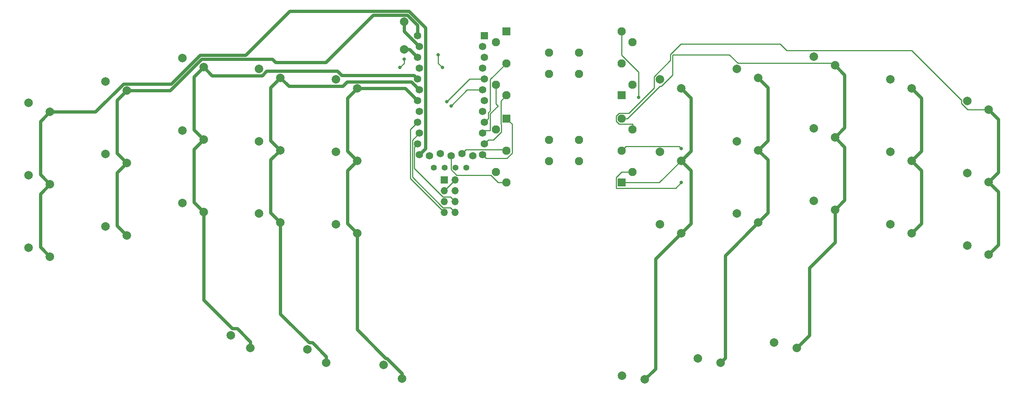
<source format=gbr>
%TF.GenerationSoftware,KiCad,Pcbnew,(5.1.9-0-10_14)*%
%TF.CreationDate,2021-06-06T18:46:05+01:00*%
%TF.ProjectId,dual_wield,6475616c-5f77-4696-956c-642e6b696361,rev?*%
%TF.SameCoordinates,Original*%
%TF.FileFunction,Copper,L2,Bot*%
%TF.FilePolarity,Positive*%
%FSLAX46Y46*%
G04 Gerber Fmt 4.6, Leading zero omitted, Abs format (unit mm)*
G04 Created by KiCad (PCBNEW (5.1.9-0-10_14)) date 2021-06-06 18:46:05*
%MOMM*%
%LPD*%
G01*
G04 APERTURE LIST*
%TA.AperFunction,ComponentPad*%
%ADD10C,1.752600*%
%TD*%
%TA.AperFunction,ComponentPad*%
%ADD11R,1.752600X1.752600*%
%TD*%
%TA.AperFunction,ComponentPad*%
%ADD12C,2.000000*%
%TD*%
%TA.AperFunction,ComponentPad*%
%ADD13C,1.397000*%
%TD*%
%TA.AperFunction,ComponentPad*%
%ADD14O,1.700000X1.700000*%
%TD*%
%TA.AperFunction,ComponentPad*%
%ADD15R,1.700000X1.700000*%
%TD*%
%TA.AperFunction,ComponentPad*%
%ADD16C,1.950000*%
%TD*%
%TA.AperFunction,ComponentPad*%
%ADD17R,1.950000X1.950000*%
%TD*%
%TA.AperFunction,ViaPad*%
%ADD18C,0.800000*%
%TD*%
%TA.AperFunction,Conductor*%
%ADD19C,0.250000*%
%TD*%
%TA.AperFunction,Conductor*%
%ADD20C,0.750000*%
%TD*%
G04 APERTURE END LIST*
D10*
%TO.P,U1,25*%
%TO.N,row3*%
X283080000Y-159698600D03*
%TO.P,U1,26*%
%TO.N,row1*%
X280540000Y-159241400D03*
%TO.P,U1,27*%
%TO.N,row2*%
X278000000Y-159698600D03*
%TO.P,U1,28*%
%TO.N,Net-(U1-Pad28)*%
X275460000Y-159241400D03*
%TO.P,U1,29*%
%TO.N,Net-(U1-Pad29)*%
X272920000Y-159698600D03*
%TO.P,U1,24*%
%TO.N,col1*%
X270151400Y-131530000D03*
%TO.P,U1,12*%
%TO.N,row0*%
X285391400Y-159470000D03*
%TO.P,U1,23*%
%TO.N,Net-(SW1-Pad1)*%
X270608600Y-134070000D03*
%TO.P,U1,22*%
%TO.N,Net-(SW1-Pad2)*%
X270151400Y-136610000D03*
%TO.P,U1,21*%
%TO.N,VCC*%
X270608600Y-139150000D03*
%TO.P,U1,20*%
%TO.N,col2*%
X270151400Y-141690000D03*
%TO.P,U1,19*%
%TO.N,col3*%
X270608600Y-144230000D03*
%TO.P,U1,18*%
%TO.N,col4*%
X270151400Y-146770000D03*
%TO.P,U1,17*%
%TO.N,ss*%
X270608600Y-149310000D03*
%TO.P,U1,16*%
%TO.N,sc*%
X270151400Y-151850000D03*
%TO.P,U1,15*%
%TO.N,mi*%
X270608600Y-154390000D03*
%TO.P,U1,14*%
%TO.N,mo*%
X270151400Y-156930000D03*
%TO.P,U1,13*%
%TO.N,col0*%
X270608600Y-159470000D03*
%TO.P,U1,11*%
%TO.N,col7*%
X285848600Y-156930000D03*
%TO.P,U1,10*%
%TO.N,col9*%
X285391400Y-154390000D03*
%TO.P,U1,9*%
%TO.N,col6*%
X285848600Y-151850000D03*
%TO.P,U1,8*%
%TO.N,col5*%
X285391400Y-149310000D03*
%TO.P,U1,7*%
%TO.N,col8*%
X285848600Y-146770000D03*
%TO.P,U1,6*%
%TO.N,scl*%
X285391400Y-144230000D03*
%TO.P,U1,5*%
%TO.N,sda*%
X285848600Y-141690000D03*
%TO.P,U1,4*%
%TO.N,GND*%
X285391400Y-139150000D03*
%TO.P,U1,3*%
X285848600Y-136610000D03*
%TO.P,U1,2*%
%TO.N,Net-(U1-Pad2)*%
X285391400Y-134070000D03*
D11*
%TO.P,U1,1*%
%TO.N,Net-(U1-Pad1)*%
X285848600Y-131530000D03*
%TD*%
D12*
%TO.P,SW1,2*%
%TO.N,Net-(SW1-Pad2)*%
X267000000Y-134750000D03*
%TO.P,SW1,1*%
%TO.N,Net-(SW1-Pad1)*%
X267000000Y-128250000D03*
%TD*%
D13*
%TO.P,OL1,4*%
%TO.N,GND*%
X281620000Y-162500000D03*
%TO.P,OL1,3*%
%TO.N,VCC*%
X279080000Y-162500000D03*
%TO.P,OL1,2*%
%TO.N,scl*%
X276540000Y-162500000D03*
%TO.P,OL1,1*%
%TO.N,sda*%
X274000000Y-162500000D03*
%TD*%
D12*
%TO.P,K?1,2*%
%TO.N,Net-(D1-Pad2)*%
X179000000Y-147300000D03*
%TO.P,K?1,1*%
%TO.N,col0*%
X184000000Y-149400000D03*
%TD*%
%TO.P,K35,2*%
%TO.N,Net-(D36-Pad2)*%
X399000000Y-180800000D03*
%TO.P,K35,1*%
%TO.N,col9r*%
X404000000Y-182900000D03*
%TD*%
%TO.P,K34,2*%
%TO.N,Net-(D35-Pad2)*%
X399000000Y-163800000D03*
%TO.P,K34,1*%
%TO.N,col9r*%
X404000000Y-165900000D03*
%TD*%
%TO.P,K33,2*%
%TO.N,Net-(D34-Pad2)*%
X399000000Y-146800000D03*
%TO.P,K33,1*%
%TO.N,col9r*%
X404000000Y-148900000D03*
%TD*%
%TO.P,K32,2*%
%TO.N,Net-(D33-Pad2)*%
X381000000Y-175800000D03*
%TO.P,K32,1*%
%TO.N,col8r*%
X386000000Y-177900000D03*
%TD*%
%TO.P,K31,2*%
%TO.N,Net-(D32-Pad2)*%
X381000000Y-158800000D03*
%TO.P,K31,1*%
%TO.N,col8r*%
X386000000Y-160900000D03*
%TD*%
%TO.P,K30,2*%
%TO.N,Net-(D31-Pad2)*%
X381000000Y-141800000D03*
%TO.P,K30,1*%
%TO.N,col8r*%
X386000000Y-143900000D03*
%TD*%
%TO.P,K29,2*%
%TO.N,Net-(D30-Pad2)*%
X353735824Y-203610510D03*
%TO.P,K29,1*%
%TO.N,col7r*%
X359024524Y-204810366D03*
%TD*%
%TO.P,K28,2*%
%TO.N,Net-(D29-Pad2)*%
X363000000Y-170300000D03*
%TO.P,K28,1*%
%TO.N,col7r*%
X368000000Y-172400000D03*
%TD*%
%TO.P,K27,2*%
%TO.N,Net-(D28-Pad2)*%
X363000000Y-153300000D03*
%TO.P,K27,1*%
%TO.N,col7r*%
X368000000Y-155400000D03*
%TD*%
%TO.P,K26,2*%
%TO.N,Net-(D27-Pad2)*%
X363020000Y-136400000D03*
%TO.P,K26,1*%
%TO.N,col7r*%
X368020000Y-138500000D03*
%TD*%
%TO.P,K25,2*%
%TO.N,Net-(D26-Pad2)*%
X335899326Y-207256519D03*
%TO.P,K25,1*%
%TO.N,col6r*%
X341226679Y-208271071D03*
%TD*%
%TO.P,K24,2*%
%TO.N,Net-(D25-Pad2)*%
X345000000Y-173300000D03*
%TO.P,K24,1*%
%TO.N,col6r*%
X350000000Y-175400000D03*
%TD*%
%TO.P,K23,2*%
%TO.N,Net-(D24-Pad2)*%
X345000000Y-156300000D03*
%TO.P,K23,1*%
%TO.N,col6r*%
X350000000Y-158400000D03*
%TD*%
%TO.P,K22,2*%
%TO.N,Net-(D23-Pad2)*%
X345000000Y-139300000D03*
%TO.P,K22,1*%
%TO.N,col6r*%
X350000000Y-141400000D03*
%TD*%
%TO.P,K21,2*%
%TO.N,Net-(D22-Pad2)*%
X318067825Y-211396733D03*
%TO.P,K21,1*%
%TO.N,col5r*%
X323427339Y-212224745D03*
%TD*%
%TO.P,K20,2*%
%TO.N,Net-(D21-Pad2)*%
X326940000Y-175800000D03*
%TO.P,K20,1*%
%TO.N,col5r*%
X331940000Y-177900000D03*
%TD*%
%TO.P,K19,2*%
%TO.N,Net-(D20-Pad2)*%
X326940000Y-158800000D03*
%TO.P,K19,1*%
%TO.N,col5r*%
X331940000Y-160900000D03*
%TD*%
%TO.P,K18,2*%
%TO.N,Net-(D19-Pad2)*%
X326940000Y-141800000D03*
%TO.P,K18,1*%
%TO.N,col5r*%
X331940000Y-143900000D03*
%TD*%
%TO.P,K17,2*%
%TO.N,Net-(D18-Pad2)*%
X262179218Y-208827514D03*
%TO.P,K17,1*%
%TO.N,col4*%
X266522661Y-212074745D03*
%TD*%
%TO.P,K16,2*%
%TO.N,Net-(D17-Pad2)*%
X251000000Y-175800000D03*
%TO.P,K16,1*%
%TO.N,col4*%
X256000000Y-177900000D03*
%TD*%
%TO.P,K15,2*%
%TO.N,Net-(D16-Pad2)*%
X251000000Y-158800000D03*
%TO.P,K15,1*%
%TO.N,col4*%
X256000000Y-160900000D03*
%TD*%
%TO.P,K14,2*%
%TO.N,Net-(D15-Pad2)*%
X251000000Y-141800000D03*
%TO.P,K14,1*%
%TO.N,col4*%
X256000000Y-143900000D03*
%TD*%
%TO.P,K13,2*%
%TO.N,Net-(D14-Pad2)*%
X244319198Y-205177402D03*
%TO.P,K13,1*%
%TO.N,col3*%
X248773321Y-208271071D03*
%TD*%
%TO.P,K12,2*%
%TO.N,Net-(D13-Pad2)*%
X233000000Y-173300000D03*
%TO.P,K12,1*%
%TO.N,col3*%
X238000000Y-175400000D03*
%TD*%
%TO.P,K11,2*%
%TO.N,Net-(D12-Pad2)*%
X233000000Y-156300000D03*
%TO.P,K11,1*%
%TO.N,col3*%
X238000000Y-158400000D03*
%TD*%
%TO.P,K10,2*%
%TO.N,Net-(D11-Pad2)*%
X233000000Y-139300000D03*
%TO.P,K10,1*%
%TO.N,col3*%
X238000000Y-141400000D03*
%TD*%
%TO.P,K9,2*%
%TO.N,Net-(D10-Pad2)*%
X226416098Y-201874029D03*
%TO.P,K9,1*%
%TO.N,col2*%
X230975476Y-204810366D03*
%TD*%
%TO.P,K8,2*%
%TO.N,Net-(D9-Pad2)*%
X215000000Y-170800000D03*
%TO.P,K8,1*%
%TO.N,col2*%
X220000000Y-172900000D03*
%TD*%
%TO.P,K7,2*%
%TO.N,Net-(D8-Pad2)*%
X215000000Y-153800000D03*
%TO.P,K7,1*%
%TO.N,col2*%
X220000000Y-155900000D03*
%TD*%
%TO.P,K6,2*%
%TO.N,Net-(D7-Pad2)*%
X215000000Y-136800000D03*
%TO.P,K6,1*%
%TO.N,col2*%
X220000000Y-138900000D03*
%TD*%
%TO.P,K5,2*%
%TO.N,Net-(D6-Pad2)*%
X197000000Y-176300000D03*
%TO.P,K5,1*%
%TO.N,col1*%
X202000000Y-178400000D03*
%TD*%
%TO.P,K4,2*%
%TO.N,Net-(D5-Pad2)*%
X197000000Y-159300000D03*
%TO.P,K4,1*%
%TO.N,col1*%
X202000000Y-161400000D03*
%TD*%
%TO.P,K3,2*%
%TO.N,Net-(D4-Pad2)*%
X197000000Y-142300000D03*
%TO.P,K3,1*%
%TO.N,col1*%
X202000000Y-144400000D03*
%TD*%
%TO.P,K2,2*%
%TO.N,Net-(D3-Pad2)*%
X179000000Y-181300000D03*
%TO.P,K2,1*%
%TO.N,col0*%
X184000000Y-183400000D03*
%TD*%
%TO.P,K1,2*%
%TO.N,Net-(D2-Pad2)*%
X179000000Y-164300000D03*
%TO.P,K1,1*%
%TO.N,col0*%
X184000000Y-166400000D03*
%TD*%
D14*
%TO.P,JADNS1,8*%
%TO.N,mi*%
X279000000Y-173040000D03*
%TO.P,JADNS1,7*%
%TO.N,sc*%
X276460000Y-173040000D03*
%TO.P,JADNS1,6*%
%TO.N,mo*%
X279000000Y-170500000D03*
%TO.P,JADNS1,5*%
%TO.N,ss*%
X276460000Y-170500000D03*
%TO.P,JADNS1,4*%
%TO.N,VCC*%
X279000000Y-167960000D03*
%TO.P,JADNS1,3*%
%TO.N,GND*%
X276460000Y-167960000D03*
%TO.P,JADNS1,2*%
X279000000Y-165420000D03*
D15*
%TO.P,JADNS1,1*%
%TO.N,mot*%
X276460000Y-165420000D03*
%TD*%
D16*
%TO.P,J4,3*%
%TO.N,col7r*%
X318000000Y-151000000D03*
%TO.P,J4,4*%
%TO.N,col8r*%
X320500000Y-163500000D03*
%TO.P,J4,5*%
%TO.N,col9r*%
X320500000Y-153500000D03*
D17*
%TO.P,J4,1*%
%TO.N,col5r*%
X318000000Y-166000000D03*
D16*
%TO.P,J4,2*%
%TO.N,col6r*%
X318000000Y-158500000D03*
%TO.P,J4,E2*%
%TO.N,N/C*%
X308000000Y-161000000D03*
%TO.P,J4,E1*%
X308000000Y-156000000D03*
%TD*%
%TO.P,J3,3*%
%TO.N,col7*%
X291000000Y-145500000D03*
%TO.P,J3,4*%
%TO.N,col8*%
X288500000Y-133000000D03*
%TO.P,J3,5*%
%TO.N,col9*%
X288500000Y-143000000D03*
D17*
%TO.P,J3,1*%
%TO.N,col5*%
X291000000Y-130500000D03*
D16*
%TO.P,J3,2*%
%TO.N,col6*%
X291000000Y-138000000D03*
%TO.P,J3,E2*%
%TO.N,N/C*%
X301000000Y-135500000D03*
%TO.P,J3,E1*%
X301000000Y-140500000D03*
%TD*%
%TO.P,J2,3*%
%TO.N,row2conR*%
X318000000Y-130500000D03*
%TO.P,J2,4*%
%TO.N,row3conR*%
X320500000Y-143000000D03*
%TO.P,J2,5*%
%TO.N,Net-(J2-Pad5)*%
X320500000Y-133000000D03*
D17*
%TO.P,J2,1*%
%TO.N,row0conR*%
X318000000Y-145500000D03*
D16*
%TO.P,J2,2*%
%TO.N,row1conR*%
X318000000Y-138000000D03*
%TO.P,J2,E2*%
%TO.N,N/C*%
X308000000Y-140500000D03*
%TO.P,J2,E1*%
X308000000Y-135500000D03*
%TD*%
%TO.P,J1,3*%
%TO.N,row2*%
X291000000Y-166000000D03*
%TO.P,J1,4*%
%TO.N,row3*%
X288500000Y-153500000D03*
%TO.P,J1,5*%
%TO.N,Net-(J1-Pad5)*%
X288500000Y-163500000D03*
D17*
%TO.P,J1,1*%
%TO.N,row0*%
X291000000Y-151000000D03*
D16*
%TO.P,J1,2*%
%TO.N,row1*%
X291000000Y-158500000D03*
%TO.P,J1,E2*%
%TO.N,N/C*%
X301000000Y-156000000D03*
%TO.P,J1,E1*%
X301000000Y-161000000D03*
%TD*%
D18*
%TO.N,row1*%
X276000000Y-139000000D03*
X275000000Y-136000000D03*
X267000000Y-137000000D03*
X266000000Y-139000000D03*
%TO.N,row2conR*%
X322000000Y-146000000D03*
%TO.N,col8r*%
X332000000Y-166000000D03*
%TO.N,col6r*%
X332000000Y-158000000D03*
%TO.N,scl*%
X278000000Y-148000000D03*
%TO.N,sda*%
X277000000Y-147000000D03*
%TD*%
D19*
%TO.N,row0*%
X291077703Y-160346299D02*
X286267699Y-160346299D01*
X292300001Y-159124001D02*
X291077703Y-160346299D01*
X286267699Y-160346299D02*
X285391400Y-159470000D01*
X292300001Y-152300001D02*
X292300001Y-159124001D01*
X291000000Y-151000000D02*
X292300001Y-152300001D01*
%TO.N,row1*%
X290768699Y-158268699D02*
X291000000Y-158500000D01*
X281512701Y-158268699D02*
X290768699Y-158268699D01*
X280540000Y-159241400D02*
X281512701Y-158268699D01*
X275000000Y-138000000D02*
X275000000Y-136000000D01*
X276000000Y-139000000D02*
X275000000Y-138000000D01*
X267000000Y-138000000D02*
X266000000Y-139000000D01*
X267000000Y-137000000D02*
X267000000Y-138000000D01*
%TO.N,row2*%
X289075998Y-166000000D02*
X291000000Y-166000000D01*
X279310217Y-164244999D02*
X287320997Y-164244999D01*
X287320997Y-164244999D02*
X289075998Y-166000000D01*
X278000000Y-162934782D02*
X279310217Y-164244999D01*
X278000000Y-159698600D02*
X278000000Y-162934782D01*
%TO.N,row2conR*%
X318000000Y-136075998D02*
X318000000Y-130500000D01*
X322000000Y-140075998D02*
X318000000Y-136075998D01*
X322000000Y-146000000D02*
X322000000Y-140075998D01*
%TO.N,col7*%
X289800001Y-154124001D02*
X287924002Y-156000000D01*
X289800001Y-152335003D02*
X289800001Y-154124001D01*
X289699999Y-146800001D02*
X289699999Y-152235001D01*
X289699999Y-152235001D02*
X289800001Y-152335003D01*
X291000000Y-145500000D02*
X289699999Y-146800001D01*
X286778600Y-156000000D02*
X285848600Y-156930000D01*
X287924002Y-156000000D02*
X286778600Y-156000000D01*
%TO.N,col9*%
X288500000Y-143000000D02*
X288500000Y-147500000D01*
X288500000Y-147500000D02*
X289000000Y-148000000D01*
X287199999Y-149800001D02*
X287199999Y-153800001D01*
X289000000Y-148000000D02*
X287199999Y-149800001D01*
X285981399Y-153800001D02*
X285391400Y-154390000D01*
X287199999Y-153800001D02*
X285981399Y-153800001D01*
%TO.N,col6*%
X287199999Y-149163591D02*
X286749989Y-149613601D01*
X287199999Y-141800001D02*
X287199999Y-149163591D01*
X291000000Y-138000000D02*
X287199999Y-141800001D01*
X286749989Y-150948611D02*
X285848600Y-151850000D01*
X286749989Y-149613601D02*
X286749989Y-150948611D01*
D20*
%TO.N,col7r*%
X370275001Y-153124999D02*
X368000000Y-155400000D01*
X370275001Y-140755001D02*
X370275001Y-153124999D01*
X368020000Y-138500000D02*
X370275001Y-140755001D01*
X370275001Y-170124999D02*
X368000000Y-172400000D01*
X370275001Y-157675001D02*
X370275001Y-170124999D01*
X368000000Y-155400000D02*
X370275001Y-157675001D01*
X368000000Y-172400000D02*
X368000000Y-180000000D01*
X361991442Y-201843448D02*
X359024524Y-204810366D01*
X361991442Y-186008558D02*
X361991442Y-201843448D01*
X368000000Y-180000000D02*
X361991442Y-186008558D01*
D19*
X319378858Y-151000000D02*
X327000000Y-143378858D01*
X318000000Y-151000000D02*
X319378858Y-151000000D01*
X329914999Y-140786003D02*
X329914999Y-136085001D01*
X327322144Y-143378858D02*
X329914999Y-140786003D01*
X327000000Y-143378858D02*
X327322144Y-143378858D01*
X367494999Y-137974999D02*
X368020000Y-138500000D01*
X345235997Y-137974999D02*
X367494999Y-137974999D01*
X343235997Y-135974999D02*
X345235997Y-137974999D01*
X330025001Y-135974999D02*
X343235997Y-135974999D01*
X329914999Y-136085001D02*
X330025001Y-135974999D01*
D20*
%TO.N,col8r*%
X388275001Y-158624999D02*
X386000000Y-160900000D01*
X388275001Y-146175001D02*
X388275001Y-158624999D01*
X386000000Y-143900000D02*
X388275001Y-146175001D01*
X388275001Y-175624999D02*
X386000000Y-177900000D01*
X388275001Y-163175001D02*
X388275001Y-175624999D01*
X386000000Y-160900000D02*
X388275001Y-163175001D01*
D19*
X330699999Y-167300001D02*
X332000000Y-166000000D01*
X316764999Y-167300001D02*
X330699999Y-167300001D01*
X316699999Y-167235001D02*
X316764999Y-167300001D01*
X316699999Y-164764999D02*
X316699999Y-167235001D01*
X317964998Y-163500000D02*
X316699999Y-164764999D01*
X320500000Y-163500000D02*
X317964998Y-163500000D01*
D20*
%TO.N,col9r*%
X406275001Y-163624999D02*
X404000000Y-165900000D01*
X406275001Y-151175001D02*
X406275001Y-163624999D01*
X404000000Y-148900000D02*
X406275001Y-151175001D01*
X406275001Y-180624999D02*
X404000000Y-182900000D01*
X406275001Y-168175001D02*
X406275001Y-180624999D01*
X404000000Y-165900000D02*
X406275001Y-168175001D01*
D19*
X399138998Y-148900000D02*
X404000000Y-148900000D01*
X385997002Y-135000000D02*
X397674999Y-146677997D01*
X329464989Y-135898601D02*
X331888591Y-133474999D01*
X331888591Y-133474999D02*
X355150000Y-133474999D01*
X329464989Y-137314009D02*
X329464989Y-135898601D01*
X325614999Y-141163999D02*
X329464989Y-137314009D01*
X397674999Y-147436001D02*
X399138998Y-148900000D01*
X319729001Y-149699999D02*
X325614999Y-143814001D01*
X317375999Y-149699999D02*
X319729001Y-149699999D01*
X325614999Y-143814001D02*
X325614999Y-141163999D01*
X317375999Y-152300001D02*
X316699999Y-151624001D01*
X397674999Y-146677997D02*
X397674999Y-147436001D01*
X316699999Y-151624001D02*
X316699999Y-150375999D01*
X320637001Y-152300001D02*
X317375999Y-152300001D01*
X316699999Y-150375999D02*
X317375999Y-149699999D01*
X356675001Y-135000000D02*
X385997002Y-135000000D01*
X355150000Y-133474999D02*
X356675001Y-135000000D01*
X320500000Y-152437002D02*
X320637001Y-152300001D01*
X320500000Y-153500000D02*
X320500000Y-152437002D01*
D20*
%TO.N,col5r*%
X334215001Y-158624999D02*
X331940000Y-160900000D01*
X334215001Y-146175001D02*
X334215001Y-158624999D01*
X331940000Y-143900000D02*
X334215001Y-146175001D01*
X334215001Y-175624999D02*
X331940000Y-177900000D01*
X334215001Y-163175001D02*
X334215001Y-175624999D01*
X331940000Y-160900000D02*
X334215001Y-163175001D01*
X325911625Y-209740459D02*
X323427339Y-212224745D01*
X325911625Y-183928375D02*
X325911625Y-209740459D01*
X331940000Y-177900000D02*
X325911625Y-183928375D01*
D19*
X326840000Y-166000000D02*
X318000000Y-166000000D01*
X331940000Y-160900000D02*
X326840000Y-166000000D01*
D20*
%TO.N,col6r*%
X352275001Y-156124999D02*
X350000000Y-158400000D01*
X352275001Y-143675001D02*
X352275001Y-156124999D01*
X350000000Y-141400000D02*
X352275001Y-143675001D01*
X352275001Y-173124999D02*
X350000000Y-175400000D01*
X352275001Y-160675001D02*
X352275001Y-173124999D01*
X350000000Y-158400000D02*
X352275001Y-160675001D01*
X342275001Y-207222749D02*
X341226679Y-208271071D01*
X342275001Y-183124999D02*
X342275001Y-207222749D01*
X350000000Y-175400000D02*
X342275001Y-183124999D01*
D19*
X331474999Y-157474999D02*
X332000000Y-158000000D01*
X319025001Y-157474999D02*
X331474999Y-157474999D01*
X318000000Y-158500000D02*
X319025001Y-157474999D01*
%TO.N,mi*%
X276085997Y-171864999D02*
X268950099Y-164729101D01*
X268950099Y-156048501D02*
X270608600Y-154390000D01*
X277824999Y-171864999D02*
X276085997Y-171864999D01*
X268950099Y-164729101D02*
X268950099Y-156048501D01*
X279000000Y-173040000D02*
X277824999Y-171864999D01*
%TO.N,sc*%
X268500090Y-153501310D02*
X270151400Y-151850000D01*
X268500090Y-165080090D02*
X268500090Y-153501310D01*
X276460000Y-173040000D02*
X268500090Y-165080090D01*
%TO.N,mo*%
X269407299Y-157674101D02*
X270151400Y-156930000D01*
X269407299Y-162646301D02*
X269407299Y-157674101D01*
X276085997Y-169324999D02*
X269407299Y-162646301D01*
X277824999Y-169324999D02*
X276085997Y-169324999D01*
X279000000Y-170500000D02*
X277824999Y-169324999D01*
%TO.N,GND*%
X279000000Y-165420000D02*
X276460000Y-167960000D01*
D20*
%TO.N,col0*%
X181724999Y-164124999D02*
X184000000Y-166400000D01*
X181724999Y-151675001D02*
X181724999Y-164124999D01*
X184000000Y-149400000D02*
X181724999Y-151675001D01*
X181724999Y-181124999D02*
X184000000Y-183400000D01*
X181724999Y-168675001D02*
X181724999Y-181124999D01*
X184000000Y-166400000D02*
X181724999Y-168675001D01*
X272059901Y-129635382D02*
X272059901Y-158018699D01*
X268149508Y-125724989D02*
X272059901Y-129635382D01*
X240166009Y-125724989D02*
X268149508Y-125724989D01*
X229841008Y-136049990D02*
X240166009Y-125724989D01*
X212400482Y-142824999D02*
X219175491Y-136049990D01*
X201243999Y-142824999D02*
X212400482Y-142824999D01*
X194668998Y-149400000D02*
X201243999Y-142824999D01*
X272059901Y-158018699D02*
X270608600Y-159470000D01*
X219175491Y-136049990D02*
X229841008Y-136049990D01*
X184000000Y-149400000D02*
X194668998Y-149400000D01*
%TO.N,col1*%
X199724999Y-159124999D02*
X202000000Y-161400000D01*
X199724999Y-146675001D02*
X199724999Y-159124999D01*
X202000000Y-144400000D02*
X199724999Y-146675001D01*
X199724999Y-176124999D02*
X202000000Y-178400000D01*
X199724999Y-163675001D02*
X199724999Y-176124999D01*
X202000000Y-161400000D02*
X199724999Y-163675001D01*
X270151400Y-129070398D02*
X270151400Y-131530000D01*
X267756001Y-126674999D02*
X270151400Y-129070398D01*
X259715999Y-126674999D02*
X267756001Y-126674999D01*
X236132998Y-137000000D02*
X236907999Y-137775001D01*
X248615997Y-137775001D02*
X259715999Y-126674999D01*
X219568998Y-137000000D02*
X236132998Y-137000000D01*
X236907999Y-137775001D02*
X248615997Y-137775001D01*
X212168998Y-144400000D02*
X219568998Y-137000000D01*
X202000000Y-144400000D02*
X212168998Y-144400000D01*
%TO.N,col2*%
X217724999Y-153624999D02*
X220000000Y-155900000D01*
X217724999Y-141175001D02*
X217724999Y-153624999D01*
X220000000Y-138900000D02*
X217724999Y-141175001D01*
X217724999Y-170624999D02*
X220000000Y-172900000D01*
X217724999Y-158175001D02*
X217724999Y-170624999D01*
X220000000Y-155900000D02*
X217724999Y-158175001D01*
X230975476Y-203396153D02*
X230975476Y-204810366D01*
X226728648Y-200299028D02*
X227878351Y-200299028D01*
X227878351Y-200299028D02*
X230975476Y-203396153D01*
X220000000Y-193570380D02*
X226728648Y-200299028D01*
X220000000Y-172900000D02*
X220000000Y-193570380D01*
X221975001Y-140875001D02*
X220000000Y-138900000D01*
X233756001Y-140875001D02*
X221975001Y-140875001D01*
X234806003Y-139824999D02*
X233756001Y-140875001D01*
X251356001Y-139824999D02*
X234806003Y-139824999D01*
X252344703Y-140813701D02*
X251356001Y-139824999D01*
X269275101Y-140813701D02*
X252344703Y-140813701D01*
X270151400Y-141690000D02*
X269275101Y-140813701D01*
%TO.N,col3*%
X235724999Y-156124999D02*
X238000000Y-158400000D01*
X235724999Y-143675001D02*
X235724999Y-156124999D01*
X238000000Y-141400000D02*
X235724999Y-143675001D01*
X235724999Y-173124999D02*
X238000000Y-175400000D01*
X235724999Y-160675001D02*
X235724999Y-173124999D01*
X238000000Y-158400000D02*
X235724999Y-160675001D01*
X248773321Y-206856858D02*
X248773321Y-208271071D01*
X245518864Y-203602401D02*
X248773321Y-206856858D01*
X244757101Y-203602401D02*
X245518864Y-203602401D01*
X238000000Y-196845300D02*
X244757101Y-203602401D01*
X238000000Y-175400000D02*
X238000000Y-196845300D01*
X239975001Y-143375001D02*
X252624999Y-143375001D01*
X238000000Y-141400000D02*
X239975001Y-143375001D01*
X268703599Y-142324999D02*
X270608600Y-144230000D01*
X253675001Y-142324999D02*
X268703599Y-142324999D01*
X252624999Y-143375001D02*
X253675001Y-142324999D01*
%TO.N,col4*%
X253724999Y-158624999D02*
X256000000Y-160900000D01*
X253724999Y-146175001D02*
X253724999Y-158624999D01*
X256000000Y-143900000D02*
X253724999Y-146175001D01*
X253724999Y-175624999D02*
X256000000Y-177900000D01*
X253724999Y-163175001D02*
X253724999Y-175624999D01*
X256000000Y-160900000D02*
X253724999Y-163175001D01*
X266522661Y-210839955D02*
X266522661Y-212074745D01*
X262935219Y-207252513D02*
X266522661Y-210839955D01*
X262737455Y-207252513D02*
X262935219Y-207252513D01*
X256000000Y-200515058D02*
X262737455Y-207252513D01*
X256000000Y-177900000D02*
X256000000Y-200515058D01*
X267281400Y-143900000D02*
X270151400Y-146770000D01*
X256000000Y-143900000D02*
X267281400Y-143900000D01*
D19*
%TO.N,scl*%
X281770000Y-144230000D02*
X285391400Y-144230000D01*
X278000000Y-148000000D02*
X281770000Y-144230000D01*
%TO.N,sda*%
X282310000Y-141690000D02*
X285848600Y-141690000D01*
X277000000Y-147000000D02*
X282310000Y-141690000D01*
D20*
%TO.N,Net-(SW1-Pad2)*%
X268291400Y-134750000D02*
X270151400Y-136610000D01*
X267000000Y-134750000D02*
X268291400Y-134750000D01*
%TO.N,Net-(SW1-Pad1)*%
X267000000Y-130461400D02*
X270608600Y-134070000D01*
X267000000Y-128250000D02*
X267000000Y-130461400D01*
%TD*%
M02*

</source>
